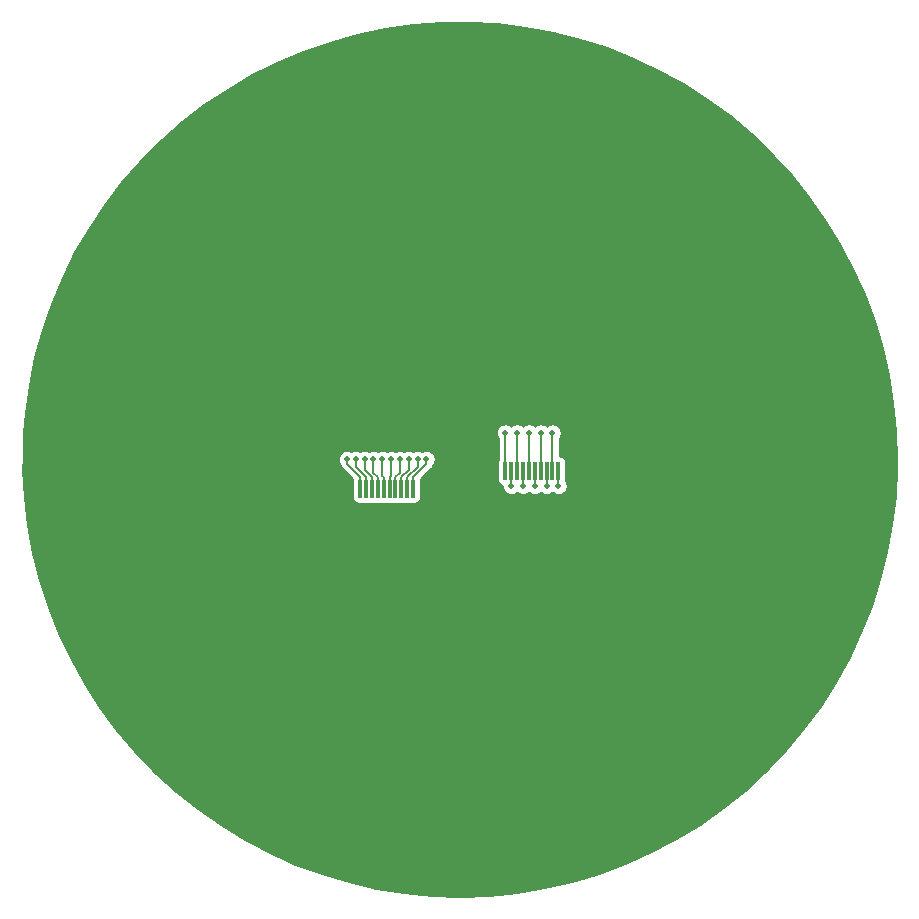
<source format=gbr>
G04 #@! TF.GenerationSoftware,KiCad,Pcbnew,(5.1.0)-1*
G04 #@! TF.CreationDate,2019-04-24T17:46:10-06:00*
G04 #@! TF.ProjectId,feedthrough_pcb,66656564-7468-4726-9f75-67685f706362,rev?*
G04 #@! TF.SameCoordinates,Original*
G04 #@! TF.FileFunction,Copper,L1,Top*
G04 #@! TF.FilePolarity,Positive*
%FSLAX46Y46*%
G04 Gerber Fmt 4.6, Leading zero omitted, Abs format (unit mm)*
G04 Created by KiCad (PCBNEW (5.1.0)-1) date 2019-04-24 17:46:10*
%MOMM*%
%LPD*%
G04 APERTURE LIST*
%ADD10C,1.000000*%
%ADD11C,1.450000*%
%ADD12R,0.300000X1.500000*%
%ADD13C,0.504800*%
%ADD14C,0.152400*%
%ADD15C,0.254000*%
G04 APERTURE END LIST*
D10*
X95065000Y-95760000D03*
X104935000Y-95760000D03*
D11*
X96540000Y-93760000D03*
X103460000Y-93760000D03*
X103460000Y-100740000D03*
X96540000Y-100740000D03*
D10*
X104935000Y-98740000D03*
X95065000Y-98740000D03*
D12*
X97710000Y-98250000D03*
X97710000Y-101750000D03*
X98210000Y-98250000D03*
X98210000Y-101750000D03*
X98710000Y-98250000D03*
X98710000Y-101750000D03*
X99210000Y-98250000D03*
X99210000Y-101750000D03*
X99710000Y-98250000D03*
X99710000Y-101750000D03*
X100210000Y-98250000D03*
X100210000Y-101750000D03*
X100710000Y-98250000D03*
X100710000Y-101750000D03*
X101210000Y-98250000D03*
X101210000Y-101750000D03*
X101710000Y-98250000D03*
X101710000Y-101750000D03*
X102210000Y-98250000D03*
X102210000Y-101750000D03*
D10*
X82769000Y-94260000D03*
X92639000Y-94260000D03*
D11*
X84244000Y-92260000D03*
X91164000Y-92260000D03*
X91164000Y-102240000D03*
X84244000Y-102240000D03*
D10*
X92639000Y-100240000D03*
X82769000Y-100240000D03*
D12*
X85414000Y-99750000D03*
X85414000Y-103250000D03*
X85914000Y-99750000D03*
X85914000Y-103250000D03*
X86414000Y-99750000D03*
X86414000Y-103250000D03*
X86914000Y-99750000D03*
X86914000Y-103250000D03*
X87414000Y-99750000D03*
X87414000Y-103250000D03*
X87914000Y-99750000D03*
X87914000Y-103250000D03*
X88414000Y-99750000D03*
X88414000Y-103250000D03*
X88914000Y-99750000D03*
X88914000Y-103250000D03*
X89414000Y-99750000D03*
X89414000Y-103250000D03*
X89914000Y-99750000D03*
X89914000Y-103250000D03*
D13*
X88039000Y-97250000D03*
X87299000Y-97250000D03*
X88789000Y-97250000D03*
X89539000Y-97250000D03*
X90289000Y-97250000D03*
X91039000Y-97250000D03*
X86549000Y-97250000D03*
X85799000Y-97250000D03*
X85049000Y-97250000D03*
X84299000Y-97250000D03*
X102210000Y-99500000D03*
X101710000Y-95000000D03*
X101210000Y-99500000D03*
X100710000Y-95000000D03*
X100210000Y-99500000D03*
X99710000Y-95000000D03*
X99210000Y-99500000D03*
X98710000Y-95000000D03*
X98210000Y-99500000D03*
X97710000Y-95000000D03*
D14*
X102210000Y-98250000D02*
X102210000Y-99500000D01*
X101710000Y-97510000D02*
X101710000Y-95000000D01*
X101710000Y-98250000D02*
X101710000Y-97510000D01*
X101210000Y-98250000D02*
X101210000Y-99500000D01*
X100710000Y-98250000D02*
X100710000Y-95000000D01*
X100210000Y-98250000D02*
X100210000Y-99500000D01*
X99710000Y-98250000D02*
X99710000Y-95000000D01*
X99210000Y-98250000D02*
X99210000Y-99500000D01*
X98710000Y-98250000D02*
X98710000Y-95000000D01*
X98210000Y-98250000D02*
X98210000Y-99500000D01*
X97710000Y-97347600D02*
X97710000Y-95000000D01*
X97710000Y-98250000D02*
X97710000Y-97347600D01*
X89914000Y-99750000D02*
X89914000Y-98770000D01*
X91039000Y-97645000D02*
X91039000Y-97250000D01*
X89914000Y-98770000D02*
X91039000Y-97645000D01*
X90289000Y-97606947D02*
X90289000Y-97250000D01*
X90289000Y-97888765D02*
X90289000Y-97606947D01*
X89414000Y-98763765D02*
X90289000Y-97888765D01*
X89414000Y-99750000D02*
X89414000Y-98763765D01*
X88914000Y-99750000D02*
X88914000Y-98765382D01*
X89539000Y-98140382D02*
X89539000Y-97250000D01*
X88914000Y-98765382D02*
X89539000Y-98140382D01*
X88789000Y-98392000D02*
X88789000Y-97250000D01*
X88414000Y-99750000D02*
X88414000Y-98767000D01*
X88414000Y-98767000D02*
X88789000Y-98392000D01*
X87914000Y-99750000D02*
X87914000Y-98768000D01*
X88039000Y-98643000D02*
X88039000Y-97250000D01*
X87914000Y-98768000D02*
X88039000Y-98643000D01*
X87414000Y-99750000D02*
X87414000Y-98771000D01*
X87299000Y-98656000D02*
X87299000Y-97250000D01*
X87414000Y-98771000D02*
X87299000Y-98656000D01*
X86914000Y-99750000D02*
X86914000Y-98766000D01*
X86549000Y-98401000D02*
X86549000Y-97250000D01*
X86914000Y-98766000D02*
X86549000Y-98401000D01*
X85799000Y-97606947D02*
X85799000Y-97250000D01*
X85799000Y-98149382D02*
X85799000Y-97606947D01*
X86414000Y-98764382D02*
X85799000Y-98149382D01*
X86414000Y-99750000D02*
X86414000Y-98764382D01*
X85914000Y-99750000D02*
X85914000Y-98762764D01*
X85049000Y-97897764D02*
X85049000Y-97250000D01*
X85914000Y-98762764D02*
X85049000Y-97897764D01*
X85414000Y-99750000D02*
X85414000Y-98763000D01*
X84299000Y-97606947D02*
X84299000Y-97250000D01*
X84299000Y-97646146D02*
X84299000Y-97606947D01*
X84906000Y-98253146D02*
X84299000Y-97646146D01*
X84906000Y-98255000D02*
X84906000Y-98253146D01*
X85414000Y-98763000D02*
X84906000Y-98255000D01*
D15*
G36*
X97007984Y-60437034D02*
G01*
X99377032Y-60717429D01*
X101723047Y-61150120D01*
X104036249Y-61733303D01*
X106306996Y-62464546D01*
X108525820Y-63340802D01*
X110683473Y-64358417D01*
X112770960Y-65513150D01*
X114779578Y-66800186D01*
X116700953Y-68214160D01*
X118527077Y-69749177D01*
X120250337Y-71398839D01*
X121863547Y-73156268D01*
X123359985Y-75014139D01*
X124733410Y-76964705D01*
X125978099Y-78999836D01*
X127088861Y-81111048D01*
X128061066Y-83289539D01*
X128890662Y-85526228D01*
X129574191Y-87811790D01*
X130108801Y-90136698D01*
X130492266Y-92491260D01*
X130722986Y-94865660D01*
X130800000Y-97250000D01*
X130793191Y-97959307D01*
X130670418Y-100341729D01*
X130394158Y-102711262D01*
X129965562Y-105058029D01*
X129386418Y-107372245D01*
X128659139Y-109644265D01*
X127786757Y-111864615D01*
X126772909Y-114024041D01*
X125621822Y-116113540D01*
X124338294Y-118124401D01*
X122927675Y-120048242D01*
X121395847Y-121877042D01*
X119749195Y-123603178D01*
X117994584Y-125219453D01*
X116139329Y-126719131D01*
X114191162Y-128095959D01*
X112158207Y-129344197D01*
X110048937Y-130458642D01*
X107872146Y-131434649D01*
X105636909Y-132268147D01*
X103352542Y-132955663D01*
X101028571Y-133494331D01*
X98674682Y-133881905D01*
X96300688Y-134116769D01*
X93916486Y-134197944D01*
X91532016Y-134125092D01*
X89157217Y-133898516D01*
X86801989Y-133519161D01*
X84476151Y-132988609D01*
X82189399Y-132309071D01*
X79951266Y-131483380D01*
X77771081Y-130514978D01*
X75657934Y-129407902D01*
X73620634Y-128166768D01*
X71667674Y-126796749D01*
X69807194Y-125303556D01*
X68046952Y-123693415D01*
X66394285Y-121973038D01*
X64856083Y-120149596D01*
X63438757Y-118230691D01*
X62148218Y-116224322D01*
X60989844Y-114138854D01*
X59968464Y-111982981D01*
X59088337Y-109765689D01*
X58353132Y-107496222D01*
X57765913Y-105184041D01*
X57329128Y-102838785D01*
X57044598Y-100470230D01*
X56913510Y-98088252D01*
X56922293Y-97173236D01*
X83519600Y-97173236D01*
X83519600Y-97326764D01*
X83549552Y-97477343D01*
X83608305Y-97619184D01*
X83693601Y-97746838D01*
X83703804Y-97757041D01*
X83704528Y-97764393D01*
X83739020Y-97878096D01*
X83760559Y-97918393D01*
X83795031Y-97982887D01*
X83814831Y-98007013D01*
X83870410Y-98074736D01*
X83893430Y-98093628D01*
X84450042Y-98650242D01*
X84477410Y-98683590D01*
X84500430Y-98702482D01*
X84740144Y-98942197D01*
X84734451Y-99000000D01*
X84734451Y-100500000D01*
X84744626Y-100603310D01*
X84774761Y-100702650D01*
X84823696Y-100794202D01*
X84889552Y-100874448D01*
X84969798Y-100940304D01*
X85061350Y-100989239D01*
X85160690Y-101019374D01*
X85264000Y-101029549D01*
X85564000Y-101029549D01*
X85664000Y-101019700D01*
X85764000Y-101029549D01*
X86064000Y-101029549D01*
X86164000Y-101019700D01*
X86264000Y-101029549D01*
X86564000Y-101029549D01*
X86664000Y-101019700D01*
X86764000Y-101029549D01*
X87064000Y-101029549D01*
X87164000Y-101019700D01*
X87264000Y-101029549D01*
X87564000Y-101029549D01*
X87664000Y-101019700D01*
X87764000Y-101029549D01*
X88064000Y-101029549D01*
X88164000Y-101019700D01*
X88264000Y-101029549D01*
X88564000Y-101029549D01*
X88664000Y-101019700D01*
X88764000Y-101029549D01*
X89064000Y-101029549D01*
X89164000Y-101019700D01*
X89264000Y-101029549D01*
X89564000Y-101029549D01*
X89664000Y-101019700D01*
X89764000Y-101029549D01*
X90064000Y-101029549D01*
X90167310Y-101019374D01*
X90266650Y-100989239D01*
X90358202Y-100940304D01*
X90438448Y-100874448D01*
X90504304Y-100794202D01*
X90553239Y-100702650D01*
X90583374Y-100603310D01*
X90593549Y-100500000D01*
X90593549Y-99000000D01*
X90588484Y-98948569D01*
X91444576Y-98092477D01*
X91467590Y-98073590D01*
X91542969Y-97981741D01*
X91598980Y-97876951D01*
X91633472Y-97763248D01*
X91634071Y-97757166D01*
X91644399Y-97746838D01*
X91729695Y-97619184D01*
X91788448Y-97477343D01*
X91818400Y-97326764D01*
X91818400Y-97173236D01*
X91788448Y-97022657D01*
X91729695Y-96880816D01*
X91644399Y-96753162D01*
X91535838Y-96644601D01*
X91408184Y-96559305D01*
X91266343Y-96500552D01*
X91115764Y-96470600D01*
X90962236Y-96470600D01*
X90811657Y-96500552D01*
X90669816Y-96559305D01*
X90664000Y-96563191D01*
X90658184Y-96559305D01*
X90516343Y-96500552D01*
X90365764Y-96470600D01*
X90212236Y-96470600D01*
X90061657Y-96500552D01*
X89919816Y-96559305D01*
X89914000Y-96563191D01*
X89908184Y-96559305D01*
X89766343Y-96500552D01*
X89615764Y-96470600D01*
X89462236Y-96470600D01*
X89311657Y-96500552D01*
X89169816Y-96559305D01*
X89164000Y-96563191D01*
X89158184Y-96559305D01*
X89016343Y-96500552D01*
X88865764Y-96470600D01*
X88712236Y-96470600D01*
X88561657Y-96500552D01*
X88419816Y-96559305D01*
X88414000Y-96563191D01*
X88408184Y-96559305D01*
X88266343Y-96500552D01*
X88115764Y-96470600D01*
X87962236Y-96470600D01*
X87811657Y-96500552D01*
X87669816Y-96559305D01*
X87669000Y-96559850D01*
X87668184Y-96559305D01*
X87526343Y-96500552D01*
X87375764Y-96470600D01*
X87222236Y-96470600D01*
X87071657Y-96500552D01*
X86929816Y-96559305D01*
X86924000Y-96563191D01*
X86918184Y-96559305D01*
X86776343Y-96500552D01*
X86625764Y-96470600D01*
X86472236Y-96470600D01*
X86321657Y-96500552D01*
X86179816Y-96559305D01*
X86174000Y-96563191D01*
X86168184Y-96559305D01*
X86026343Y-96500552D01*
X85875764Y-96470600D01*
X85722236Y-96470600D01*
X85571657Y-96500552D01*
X85429816Y-96559305D01*
X85424000Y-96563191D01*
X85418184Y-96559305D01*
X85276343Y-96500552D01*
X85125764Y-96470600D01*
X84972236Y-96470600D01*
X84821657Y-96500552D01*
X84679816Y-96559305D01*
X84674000Y-96563191D01*
X84668184Y-96559305D01*
X84526343Y-96500552D01*
X84375764Y-96470600D01*
X84222236Y-96470600D01*
X84071657Y-96500552D01*
X83929816Y-96559305D01*
X83802162Y-96644601D01*
X83693601Y-96753162D01*
X83608305Y-96880816D01*
X83549552Y-97022657D01*
X83519600Y-97173236D01*
X56922293Y-97173236D01*
X56936410Y-95702778D01*
X56994339Y-94923236D01*
X96930600Y-94923236D01*
X96930600Y-95076764D01*
X96960552Y-95227343D01*
X97019305Y-95369184D01*
X97104601Y-95496838D01*
X97106801Y-95499038D01*
X97106800Y-97229925D01*
X97070761Y-97297350D01*
X97040626Y-97396690D01*
X97030451Y-97500000D01*
X97030451Y-99000000D01*
X97040626Y-99103310D01*
X97070761Y-99202650D01*
X97119696Y-99294202D01*
X97185552Y-99374448D01*
X97265798Y-99440304D01*
X97357350Y-99489239D01*
X97430600Y-99511460D01*
X97430600Y-99576764D01*
X97460552Y-99727343D01*
X97519305Y-99869184D01*
X97604601Y-99996838D01*
X97713162Y-100105399D01*
X97840816Y-100190695D01*
X97982657Y-100249448D01*
X98133236Y-100279400D01*
X98286764Y-100279400D01*
X98437343Y-100249448D01*
X98579184Y-100190695D01*
X98706838Y-100105399D01*
X98710000Y-100102237D01*
X98713162Y-100105399D01*
X98840816Y-100190695D01*
X98982657Y-100249448D01*
X99133236Y-100279400D01*
X99286764Y-100279400D01*
X99437343Y-100249448D01*
X99579184Y-100190695D01*
X99706838Y-100105399D01*
X99710000Y-100102237D01*
X99713162Y-100105399D01*
X99840816Y-100190695D01*
X99982657Y-100249448D01*
X100133236Y-100279400D01*
X100286764Y-100279400D01*
X100437343Y-100249448D01*
X100579184Y-100190695D01*
X100706838Y-100105399D01*
X100710000Y-100102237D01*
X100713162Y-100105399D01*
X100840816Y-100190695D01*
X100982657Y-100249448D01*
X101133236Y-100279400D01*
X101286764Y-100279400D01*
X101437343Y-100249448D01*
X101579184Y-100190695D01*
X101706838Y-100105399D01*
X101710000Y-100102237D01*
X101713162Y-100105399D01*
X101840816Y-100190695D01*
X101982657Y-100249448D01*
X102133236Y-100279400D01*
X102286764Y-100279400D01*
X102437343Y-100249448D01*
X102579184Y-100190695D01*
X102706838Y-100105399D01*
X102815399Y-99996838D01*
X102900695Y-99869184D01*
X102959448Y-99727343D01*
X102989400Y-99576764D01*
X102989400Y-99423236D01*
X102959448Y-99272657D01*
X102900695Y-99130816D01*
X102879752Y-99099473D01*
X102889549Y-99000000D01*
X102889549Y-97500000D01*
X102879374Y-97396690D01*
X102849239Y-97297350D01*
X102800304Y-97205798D01*
X102734448Y-97125552D01*
X102654202Y-97059696D01*
X102562650Y-97010761D01*
X102463310Y-96980626D01*
X102360000Y-96970451D01*
X102313200Y-96970451D01*
X102313200Y-95499037D01*
X102315399Y-95496838D01*
X102400695Y-95369184D01*
X102459448Y-95227343D01*
X102489400Y-95076764D01*
X102489400Y-94923236D01*
X102459448Y-94772657D01*
X102400695Y-94630816D01*
X102315399Y-94503162D01*
X102206838Y-94394601D01*
X102079184Y-94309305D01*
X101937343Y-94250552D01*
X101786764Y-94220600D01*
X101633236Y-94220600D01*
X101482657Y-94250552D01*
X101340816Y-94309305D01*
X101213162Y-94394601D01*
X101210000Y-94397763D01*
X101206838Y-94394601D01*
X101079184Y-94309305D01*
X100937343Y-94250552D01*
X100786764Y-94220600D01*
X100633236Y-94220600D01*
X100482657Y-94250552D01*
X100340816Y-94309305D01*
X100213162Y-94394601D01*
X100210000Y-94397763D01*
X100206838Y-94394601D01*
X100079184Y-94309305D01*
X99937343Y-94250552D01*
X99786764Y-94220600D01*
X99633236Y-94220600D01*
X99482657Y-94250552D01*
X99340816Y-94309305D01*
X99213162Y-94394601D01*
X99210000Y-94397763D01*
X99206838Y-94394601D01*
X99079184Y-94309305D01*
X98937343Y-94250552D01*
X98786764Y-94220600D01*
X98633236Y-94220600D01*
X98482657Y-94250552D01*
X98340816Y-94309305D01*
X98213162Y-94394601D01*
X98210000Y-94397763D01*
X98206838Y-94394601D01*
X98079184Y-94309305D01*
X97937343Y-94250552D01*
X97786764Y-94220600D01*
X97633236Y-94220600D01*
X97482657Y-94250552D01*
X97340816Y-94309305D01*
X97213162Y-94394601D01*
X97104601Y-94503162D01*
X97019305Y-94630816D01*
X96960552Y-94772657D01*
X96930600Y-94923236D01*
X56994339Y-94923236D01*
X57113202Y-93323755D01*
X57443149Y-90961099D01*
X57924876Y-88624661D01*
X58556375Y-86324179D01*
X59335013Y-84069244D01*
X60257544Y-81869257D01*
X61320123Y-79733389D01*
X62518319Y-77670543D01*
X63847138Y-75689319D01*
X65301040Y-73797977D01*
X66873964Y-72004401D01*
X68559354Y-70316067D01*
X70350182Y-68740015D01*
X72238984Y-67282814D01*
X74217885Y-65950539D01*
X76278637Y-64748745D01*
X78412647Y-63682440D01*
X80611021Y-62756070D01*
X82864593Y-61973498D01*
X85163969Y-61337985D01*
X87499564Y-60852181D01*
X89861640Y-60518110D01*
X92240351Y-60337166D01*
X94625781Y-60310103D01*
X97007984Y-60437034D01*
X97007984Y-60437034D01*
G37*
X97007984Y-60437034D02*
X99377032Y-60717429D01*
X101723047Y-61150120D01*
X104036249Y-61733303D01*
X106306996Y-62464546D01*
X108525820Y-63340802D01*
X110683473Y-64358417D01*
X112770960Y-65513150D01*
X114779578Y-66800186D01*
X116700953Y-68214160D01*
X118527077Y-69749177D01*
X120250337Y-71398839D01*
X121863547Y-73156268D01*
X123359985Y-75014139D01*
X124733410Y-76964705D01*
X125978099Y-78999836D01*
X127088861Y-81111048D01*
X128061066Y-83289539D01*
X128890662Y-85526228D01*
X129574191Y-87811790D01*
X130108801Y-90136698D01*
X130492266Y-92491260D01*
X130722986Y-94865660D01*
X130800000Y-97250000D01*
X130793191Y-97959307D01*
X130670418Y-100341729D01*
X130394158Y-102711262D01*
X129965562Y-105058029D01*
X129386418Y-107372245D01*
X128659139Y-109644265D01*
X127786757Y-111864615D01*
X126772909Y-114024041D01*
X125621822Y-116113540D01*
X124338294Y-118124401D01*
X122927675Y-120048242D01*
X121395847Y-121877042D01*
X119749195Y-123603178D01*
X117994584Y-125219453D01*
X116139329Y-126719131D01*
X114191162Y-128095959D01*
X112158207Y-129344197D01*
X110048937Y-130458642D01*
X107872146Y-131434649D01*
X105636909Y-132268147D01*
X103352542Y-132955663D01*
X101028571Y-133494331D01*
X98674682Y-133881905D01*
X96300688Y-134116769D01*
X93916486Y-134197944D01*
X91532016Y-134125092D01*
X89157217Y-133898516D01*
X86801989Y-133519161D01*
X84476151Y-132988609D01*
X82189399Y-132309071D01*
X79951266Y-131483380D01*
X77771081Y-130514978D01*
X75657934Y-129407902D01*
X73620634Y-128166768D01*
X71667674Y-126796749D01*
X69807194Y-125303556D01*
X68046952Y-123693415D01*
X66394285Y-121973038D01*
X64856083Y-120149596D01*
X63438757Y-118230691D01*
X62148218Y-116224322D01*
X60989844Y-114138854D01*
X59968464Y-111982981D01*
X59088337Y-109765689D01*
X58353132Y-107496222D01*
X57765913Y-105184041D01*
X57329128Y-102838785D01*
X57044598Y-100470230D01*
X56913510Y-98088252D01*
X56922293Y-97173236D01*
X83519600Y-97173236D01*
X83519600Y-97326764D01*
X83549552Y-97477343D01*
X83608305Y-97619184D01*
X83693601Y-97746838D01*
X83703804Y-97757041D01*
X83704528Y-97764393D01*
X83739020Y-97878096D01*
X83760559Y-97918393D01*
X83795031Y-97982887D01*
X83814831Y-98007013D01*
X83870410Y-98074736D01*
X83893430Y-98093628D01*
X84450042Y-98650242D01*
X84477410Y-98683590D01*
X84500430Y-98702482D01*
X84740144Y-98942197D01*
X84734451Y-99000000D01*
X84734451Y-100500000D01*
X84744626Y-100603310D01*
X84774761Y-100702650D01*
X84823696Y-100794202D01*
X84889552Y-100874448D01*
X84969798Y-100940304D01*
X85061350Y-100989239D01*
X85160690Y-101019374D01*
X85264000Y-101029549D01*
X85564000Y-101029549D01*
X85664000Y-101019700D01*
X85764000Y-101029549D01*
X86064000Y-101029549D01*
X86164000Y-101019700D01*
X86264000Y-101029549D01*
X86564000Y-101029549D01*
X86664000Y-101019700D01*
X86764000Y-101029549D01*
X87064000Y-101029549D01*
X87164000Y-101019700D01*
X87264000Y-101029549D01*
X87564000Y-101029549D01*
X87664000Y-101019700D01*
X87764000Y-101029549D01*
X88064000Y-101029549D01*
X88164000Y-101019700D01*
X88264000Y-101029549D01*
X88564000Y-101029549D01*
X88664000Y-101019700D01*
X88764000Y-101029549D01*
X89064000Y-101029549D01*
X89164000Y-101019700D01*
X89264000Y-101029549D01*
X89564000Y-101029549D01*
X89664000Y-101019700D01*
X89764000Y-101029549D01*
X90064000Y-101029549D01*
X90167310Y-101019374D01*
X90266650Y-100989239D01*
X90358202Y-100940304D01*
X90438448Y-100874448D01*
X90504304Y-100794202D01*
X90553239Y-100702650D01*
X90583374Y-100603310D01*
X90593549Y-100500000D01*
X90593549Y-99000000D01*
X90588484Y-98948569D01*
X91444576Y-98092477D01*
X91467590Y-98073590D01*
X91542969Y-97981741D01*
X91598980Y-97876951D01*
X91633472Y-97763248D01*
X91634071Y-97757166D01*
X91644399Y-97746838D01*
X91729695Y-97619184D01*
X91788448Y-97477343D01*
X91818400Y-97326764D01*
X91818400Y-97173236D01*
X91788448Y-97022657D01*
X91729695Y-96880816D01*
X91644399Y-96753162D01*
X91535838Y-96644601D01*
X91408184Y-96559305D01*
X91266343Y-96500552D01*
X91115764Y-96470600D01*
X90962236Y-96470600D01*
X90811657Y-96500552D01*
X90669816Y-96559305D01*
X90664000Y-96563191D01*
X90658184Y-96559305D01*
X90516343Y-96500552D01*
X90365764Y-96470600D01*
X90212236Y-96470600D01*
X90061657Y-96500552D01*
X89919816Y-96559305D01*
X89914000Y-96563191D01*
X89908184Y-96559305D01*
X89766343Y-96500552D01*
X89615764Y-96470600D01*
X89462236Y-96470600D01*
X89311657Y-96500552D01*
X89169816Y-96559305D01*
X89164000Y-96563191D01*
X89158184Y-96559305D01*
X89016343Y-96500552D01*
X88865764Y-96470600D01*
X88712236Y-96470600D01*
X88561657Y-96500552D01*
X88419816Y-96559305D01*
X88414000Y-96563191D01*
X88408184Y-96559305D01*
X88266343Y-96500552D01*
X88115764Y-96470600D01*
X87962236Y-96470600D01*
X87811657Y-96500552D01*
X87669816Y-96559305D01*
X87669000Y-96559850D01*
X87668184Y-96559305D01*
X87526343Y-96500552D01*
X87375764Y-96470600D01*
X87222236Y-96470600D01*
X87071657Y-96500552D01*
X86929816Y-96559305D01*
X86924000Y-96563191D01*
X86918184Y-96559305D01*
X86776343Y-96500552D01*
X86625764Y-96470600D01*
X86472236Y-96470600D01*
X86321657Y-96500552D01*
X86179816Y-96559305D01*
X86174000Y-96563191D01*
X86168184Y-96559305D01*
X86026343Y-96500552D01*
X85875764Y-96470600D01*
X85722236Y-96470600D01*
X85571657Y-96500552D01*
X85429816Y-96559305D01*
X85424000Y-96563191D01*
X85418184Y-96559305D01*
X85276343Y-96500552D01*
X85125764Y-96470600D01*
X84972236Y-96470600D01*
X84821657Y-96500552D01*
X84679816Y-96559305D01*
X84674000Y-96563191D01*
X84668184Y-96559305D01*
X84526343Y-96500552D01*
X84375764Y-96470600D01*
X84222236Y-96470600D01*
X84071657Y-96500552D01*
X83929816Y-96559305D01*
X83802162Y-96644601D01*
X83693601Y-96753162D01*
X83608305Y-96880816D01*
X83549552Y-97022657D01*
X83519600Y-97173236D01*
X56922293Y-97173236D01*
X56936410Y-95702778D01*
X56994339Y-94923236D01*
X96930600Y-94923236D01*
X96930600Y-95076764D01*
X96960552Y-95227343D01*
X97019305Y-95369184D01*
X97104601Y-95496838D01*
X97106801Y-95499038D01*
X97106800Y-97229925D01*
X97070761Y-97297350D01*
X97040626Y-97396690D01*
X97030451Y-97500000D01*
X97030451Y-99000000D01*
X97040626Y-99103310D01*
X97070761Y-99202650D01*
X97119696Y-99294202D01*
X97185552Y-99374448D01*
X97265798Y-99440304D01*
X97357350Y-99489239D01*
X97430600Y-99511460D01*
X97430600Y-99576764D01*
X97460552Y-99727343D01*
X97519305Y-99869184D01*
X97604601Y-99996838D01*
X97713162Y-100105399D01*
X97840816Y-100190695D01*
X97982657Y-100249448D01*
X98133236Y-100279400D01*
X98286764Y-100279400D01*
X98437343Y-100249448D01*
X98579184Y-100190695D01*
X98706838Y-100105399D01*
X98710000Y-100102237D01*
X98713162Y-100105399D01*
X98840816Y-100190695D01*
X98982657Y-100249448D01*
X99133236Y-100279400D01*
X99286764Y-100279400D01*
X99437343Y-100249448D01*
X99579184Y-100190695D01*
X99706838Y-100105399D01*
X99710000Y-100102237D01*
X99713162Y-100105399D01*
X99840816Y-100190695D01*
X99982657Y-100249448D01*
X100133236Y-100279400D01*
X100286764Y-100279400D01*
X100437343Y-100249448D01*
X100579184Y-100190695D01*
X100706838Y-100105399D01*
X100710000Y-100102237D01*
X100713162Y-100105399D01*
X100840816Y-100190695D01*
X100982657Y-100249448D01*
X101133236Y-100279400D01*
X101286764Y-100279400D01*
X101437343Y-100249448D01*
X101579184Y-100190695D01*
X101706838Y-100105399D01*
X101710000Y-100102237D01*
X101713162Y-100105399D01*
X101840816Y-100190695D01*
X101982657Y-100249448D01*
X102133236Y-100279400D01*
X102286764Y-100279400D01*
X102437343Y-100249448D01*
X102579184Y-100190695D01*
X102706838Y-100105399D01*
X102815399Y-99996838D01*
X102900695Y-99869184D01*
X102959448Y-99727343D01*
X102989400Y-99576764D01*
X102989400Y-99423236D01*
X102959448Y-99272657D01*
X102900695Y-99130816D01*
X102879752Y-99099473D01*
X102889549Y-99000000D01*
X102889549Y-97500000D01*
X102879374Y-97396690D01*
X102849239Y-97297350D01*
X102800304Y-97205798D01*
X102734448Y-97125552D01*
X102654202Y-97059696D01*
X102562650Y-97010761D01*
X102463310Y-96980626D01*
X102360000Y-96970451D01*
X102313200Y-96970451D01*
X102313200Y-95499037D01*
X102315399Y-95496838D01*
X102400695Y-95369184D01*
X102459448Y-95227343D01*
X102489400Y-95076764D01*
X102489400Y-94923236D01*
X102459448Y-94772657D01*
X102400695Y-94630816D01*
X102315399Y-94503162D01*
X102206838Y-94394601D01*
X102079184Y-94309305D01*
X101937343Y-94250552D01*
X101786764Y-94220600D01*
X101633236Y-94220600D01*
X101482657Y-94250552D01*
X101340816Y-94309305D01*
X101213162Y-94394601D01*
X101210000Y-94397763D01*
X101206838Y-94394601D01*
X101079184Y-94309305D01*
X100937343Y-94250552D01*
X100786764Y-94220600D01*
X100633236Y-94220600D01*
X100482657Y-94250552D01*
X100340816Y-94309305D01*
X100213162Y-94394601D01*
X100210000Y-94397763D01*
X100206838Y-94394601D01*
X100079184Y-94309305D01*
X99937343Y-94250552D01*
X99786764Y-94220600D01*
X99633236Y-94220600D01*
X99482657Y-94250552D01*
X99340816Y-94309305D01*
X99213162Y-94394601D01*
X99210000Y-94397763D01*
X99206838Y-94394601D01*
X99079184Y-94309305D01*
X98937343Y-94250552D01*
X98786764Y-94220600D01*
X98633236Y-94220600D01*
X98482657Y-94250552D01*
X98340816Y-94309305D01*
X98213162Y-94394601D01*
X98210000Y-94397763D01*
X98206838Y-94394601D01*
X98079184Y-94309305D01*
X97937343Y-94250552D01*
X97786764Y-94220600D01*
X97633236Y-94220600D01*
X97482657Y-94250552D01*
X97340816Y-94309305D01*
X97213162Y-94394601D01*
X97104601Y-94503162D01*
X97019305Y-94630816D01*
X96960552Y-94772657D01*
X96930600Y-94923236D01*
X56994339Y-94923236D01*
X57113202Y-93323755D01*
X57443149Y-90961099D01*
X57924876Y-88624661D01*
X58556375Y-86324179D01*
X59335013Y-84069244D01*
X60257544Y-81869257D01*
X61320123Y-79733389D01*
X62518319Y-77670543D01*
X63847138Y-75689319D01*
X65301040Y-73797977D01*
X66873964Y-72004401D01*
X68559354Y-70316067D01*
X70350182Y-68740015D01*
X72238984Y-67282814D01*
X74217885Y-65950539D01*
X76278637Y-64748745D01*
X78412647Y-63682440D01*
X80611021Y-62756070D01*
X82864593Y-61973498D01*
X85163969Y-61337985D01*
X87499564Y-60852181D01*
X89861640Y-60518110D01*
X92240351Y-60337166D01*
X94625781Y-60310103D01*
X97007984Y-60437034D01*
M02*

</source>
